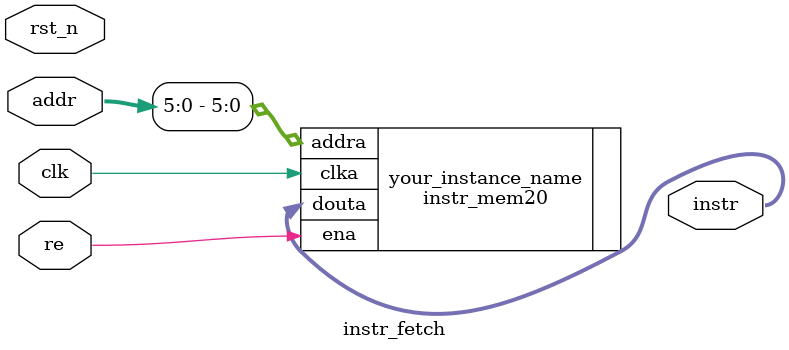
<source format=v>
module instr_fetch(
		input clk,
		input rst_n,
		input re,
		input [21:0] addr,
		output [31:0] instr
		);
	
	//instr_mem im0(clk, rst_n, re, addr, instr);
	instr_mem20 your_instance_name (
  .clka(clk), // input clka
  .ena(re), 
  .addra(addr[5:0]), // input [5 : 0] addra
  .douta(instr) // output [31 : 0] douta
	);
	

endmodule

</source>
